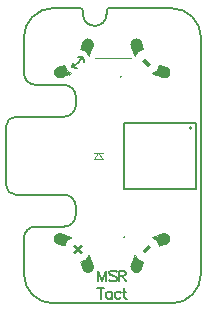
<source format=gto>
G04*
G04 #@! TF.GenerationSoftware,Altium Limited,Altium Designer,22.4.2 (48)*
G04*
G04 Layer_Color=65535*
%FSAX26Y26*%
%MOIN*%
G70*
G04*
G04 #@! TF.SameCoordinates,7339E0FC-21CB-4CED-BD79-60AD5129B2FD*
G04*
G04*
G04 #@! TF.FilePolarity,Positive*
G04*
G01*
G75*
%ADD10C,0.005906*%
%ADD11C,0.003937*%
%ADD12C,0.007874*%
%ADD13C,0.012992*%
%ADD14C,0.039370*%
%ADD15C,0.005000*%
%ADD16C,0.006693*%
G36*
X-00114599Y-00303598D02*
X-00103997Y-00292996D01*
X-00096928Y-00300064D01*
X-00107531Y-00310667D01*
X-00096964Y-00321233D01*
X-00104033Y-00328301D01*
X-00114599Y-00317735D01*
X-00125273Y-00328409D01*
X-00132342Y-00321341D01*
X-00121667Y-00310667D01*
X-00132378Y-00299956D01*
X-00125309Y-00292888D01*
X-00114599Y-00303598D01*
X-00114599Y-00303598D02*
G37*
G36*
X00126957Y-00305186D02*
X00107409Y-00324735D01*
X00099526Y-00316852D01*
X00119075Y-00297304D01*
X00126957Y-00305186D01*
X00126957Y-00305186D02*
G37*
G36*
X00126957Y00305186D02*
X00119075Y00297304D01*
X00099526Y00316852D01*
X00107409Y00324735D01*
X00126957Y00305186D01*
X00126957Y00305186D02*
G37*
D10*
X00040354Y-00270669D02*
G03*
X00040354Y-00270669I-00001968J00000000D01*
G01*
X00029527Y00263779D02*
G03*
X00029527Y00263779I-00001968J00000000D01*
G01*
D11*
X-00099036Y-00375561D02*
G03*
X-00064377Y-00368194I00017329J00003684D01*
G01*
X-00064205Y-00369055D02*
G03*
X-00077456Y-00330680I-00133572J-00024645D01*
G01*
X-00105377Y-00354445D02*
G03*
X-00077456Y-00330680I-00002640J00031385D01*
G01*
X-00099036Y-00375561D02*
G03*
X-00104978Y-00355396I-00098741J-00018140D01*
G01*
X-00134756Y-00273379D02*
G03*
X-00158522Y-00301300I00007620J-00030561D01*
G01*
X-00159472Y-00300902D02*
G03*
X-00179637Y-00294959I-00038305J-00092799D01*
G01*
X-00172270Y-00260301D02*
G03*
X-00179637Y-00294960I-00003684J-00017329D01*
G01*
X-00134756Y-00273379D02*
G03*
X-00173132Y-00260129I-00063021J-00120321D01*
G01*
X00075599Y-00330680D02*
G03*
X00103520Y-00354445I00030561J00007620D01*
G01*
X00103125Y-00355396D02*
G03*
X00097182Y-00375561I00092799J-00038305D01*
G01*
X00062531Y-00368194D02*
G03*
X00097190Y-00375561I00017329J-00003684D01*
G01*
X00075602Y-00330680D02*
G03*
X00062351Y-00369055I00120321J-00063021D01*
G01*
X00171278Y-00260129D02*
G03*
X00132902Y-00273379I00024645J-00133572D01*
G01*
X00156679Y-00301300D02*
G03*
X00132913Y-00273379I-00031385J-00002640D01*
G01*
X00177796Y-00294960D02*
G03*
X00170429Y-00260301I-00003684J00017329D01*
G01*
X00177784Y-00294959D02*
G03*
X00157619Y-00300902I00018140J-00098741D01*
G01*
X-00032480Y-00009842D02*
X-00047244Y00009842D01*
X-00062008Y-00009842D01*
X-00032480Y-00009842D01*
X-00032480Y00009842D02*
X-00062008Y00009842D01*
X00061496Y00324331D02*
X-00058504Y00324331D01*
X-00077456Y00330680D02*
G03*
X-00105377Y00354445I-00030561J-00007620D01*
G01*
X-00104978Y00355396D02*
G03*
X-00099036Y00375561I-00092799J00038305D01*
G01*
X-00064377Y00368194D02*
G03*
X-00099036Y00375561I-00017329J00003684D01*
G01*
X-00077456Y00330680D02*
G03*
X-00064205Y00369055I-00120321J00063021D01*
G01*
X-00158522Y00301300D02*
G03*
X-00134756Y00273379I00031385J00002640D01*
G01*
X-00173132Y00260129D02*
G03*
X-00134756Y00273379I-00024645J00133572D01*
G01*
X-00179637Y00294960D02*
G03*
X-00172270Y00260301I00003684J-00017329D01*
G01*
X-00179637Y00294959D02*
G03*
X-00159472Y00300902I-00018140J00098741D01*
G01*
X00103520Y00354445D02*
G03*
X00075599Y00330680I00002640J-00031385D01*
G01*
X00062351Y00369055D02*
G03*
X00075602Y00330680I00133572J00024645D01*
G01*
X00132902Y00273379D02*
G03*
X00171278Y00260129I00063021J00120321D01*
G01*
X00170429Y00260301D02*
G03*
X00177796Y00294960I00003684J00017329D01*
G01*
X00157619Y00300902D02*
G03*
X00177784Y00294959I00038305J00092799D01*
G01*
X00132913Y00273379D02*
G03*
X00156679Y00301300I-00007620J00030561D01*
G01*
X00097182Y00375561D02*
G03*
X00103125Y00355396I00098741J00018140D01*
G01*
X00097190Y00375561D02*
G03*
X00062531Y00368194I-00017329J-00003684D01*
G01*
D12*
X-00295276Y-00393701D02*
G03*
X-00196850Y-00492126I00098425J00000000D01*
G01*
X-00196850Y-00492126D02*
X00196850Y-00492126D01*
X00196850Y-00492126D02*
G03*
X00295276Y-00393701I00000000J00098425D01*
G01*
X00295293Y-00393700D02*
X00295293Y00393701D01*
X00295276Y00393701D02*
G03*
X00196850Y00492126I-00098425J00000000D01*
G01*
X-00009843Y00492126D01*
X-00009843Y00492126D02*
G03*
X-00019685Y00482284I00000000J-00009842D01*
G01*
X-00019685Y00472442D01*
X-00098425Y00472441D02*
G03*
X-00019685Y00472441I00039370J00000000D01*
G01*
X-00098425Y00472442D02*
X-00098425Y00482284D01*
X-00098425Y00482284D02*
G03*
X-00108268Y00492126I-00009842J00000000D01*
G01*
X-00196850Y00492127D01*
X-00196850Y00492126D02*
G03*
X-00295276Y00393701I00000000J-00098425D01*
G01*
X-00295276Y00393701D02*
X-00295276Y00274409D01*
X-00295276Y00275591D02*
G03*
X-00255906Y00236220I00039370J00000000D01*
G01*
X-00255906Y00236220D02*
X-00161417Y00236220D01*
X-00122047Y00196850D02*
G03*
X-00161417Y00236220I-00039370J00000000D01*
G01*
X-00122047Y00196850D02*
X-00122030Y00169291D01*
X-00161329Y00129921D02*
G03*
X-00121959Y00169291I00000000J00039370D01*
G01*
X-00117991Y00291640D02*
X-00133450Y00294645D01*
X-00132900Y00310384D01*
X-00133450Y00294645D02*
G03*
X-00098722Y00329373I-00064327J00099055D01*
G01*
X-00095447Y00313969D01*
X-00098722Y00329373D02*
X-00114448Y00328548D01*
X-00161417Y00129921D02*
X-00322835Y00129921D01*
X-00322835Y00129921D02*
G03*
X-00354331Y00098425I00000000J-00031496D01*
G01*
X-00354332Y00098425D02*
X-00354332Y-00098425D01*
X-00354331Y-00098425D02*
G03*
X-00322835Y-00129921I00031496J00000000D01*
G01*
X-00322852Y-00129921D02*
X-00161417Y-00129921D01*
X-00122030Y-00169291D02*
G03*
X-00161400Y-00129921I-00039370J00000000D01*
G01*
X-00122030Y-00169291D02*
X-00122047Y-00196850D01*
X-00161417Y-00236220D02*
G03*
X-00122047Y-00196850I00000000J00039370D01*
G01*
X-00161417Y-00236220D02*
X-00255906Y-00236220D01*
X-00255906Y-00236220D02*
G03*
X-00295276Y-00275591I00000000J-00039370D01*
G01*
X-00295276Y-00274409D02*
X-00295276Y-00393701D01*
X00263328Y00092953D02*
G03*
X00263328Y00092953I-00002895J00000000D01*
G01*
D13*
X-00097196Y-00358287D02*
G03*
X-00077289Y-00341924I00005638J00013432D01*
G01*
X-00146001Y-00273212D02*
G03*
X-00162364Y-00293119I-00002931J-00014269D01*
G01*
X00075434Y-00341924D02*
G03*
X00095341Y-00358287I00014269J-00002931D01*
G01*
X00160497Y-00293119D02*
G03*
X00144134Y-00273212I-00013432J00005638D01*
G01*
X00144134Y00273212D02*
G03*
X00160497Y00293119I00002931J00014269D01*
G01*
X00095341Y00358287D02*
G03*
X00075434Y00341924I-00005638J-00013432D01*
G01*
X-00077289Y00341924D02*
G03*
X-00097196Y00358287I-00014269J00002931D01*
G01*
X-00162364Y00293119D02*
G03*
X-00146001Y00273212I00013432J-00005638D01*
G01*
D14*
X-00081818Y-00371264D02*
G03*
X-00083067Y-00365567I-00115960J-00022437D01*
G01*
X-00169644Y-00278990D02*
G03*
X-00175340Y-00277741I-00028134J-00114711D01*
G01*
X00081213Y-00365567D02*
G03*
X00079964Y-00371264I00114711J-00028134D01*
G01*
X00173487Y-00277741D02*
G03*
X00167790Y-00278990I00022437J-00115960D01*
G01*
X00167790Y00278990D02*
G03*
X00173487Y00277741I00028134J00114711D01*
G01*
X00079964Y00371264D02*
G03*
X00081213Y00365567I00115960J00022437D01*
G01*
X-00083067Y00365567D02*
G03*
X-00081818Y00371264I-00114711J00028134D01*
G01*
X-00175340Y00277741D02*
G03*
X-00169644Y00278990I-00022437J00115960D01*
G01*
D15*
X00037933Y-00110000D02*
X00037933Y00110000D01*
X00277027Y00110000D01*
X00277027Y-00110000D01*
X00037933Y-00110000D01*
D16*
X-00038545Y-00477559D02*
X-00038545Y-00442134D01*
X-00050354Y-00442134D02*
X-00026737Y-00442134D01*
X-00017459Y-00455629D02*
X-00020833Y-00459003D01*
X-00022520Y-00464064D01*
X-00022520Y-00467438D01*
X-00020833Y-00472498D01*
X-00017459Y-00475872D01*
X-00014085Y-00477559D01*
X-00009024Y-00477559D01*
X-00005650Y-00475872D01*
X-00002276Y-00472498D01*
X-00002276Y-00477559D02*
X-00002276Y-00453942D01*
X-00005650Y-00455629D02*
X-00009024Y-00453942D01*
X-00014085Y-00453942D01*
X-00017459Y-00455629D01*
X-00005650Y-00455629D02*
X-00002276Y-00459003D01*
X00008857Y-00459003D02*
X00007170Y-00464064D01*
X00007170Y-00467438D01*
X00008857Y-00472498D01*
X00012231Y-00475872D01*
X00015605Y-00477559D01*
X00020666Y-00477559D01*
X00024040Y-00475872D01*
X00027413Y-00472498D01*
X00027413Y-00459003D02*
X00024040Y-00455629D01*
X00020666Y-00453942D01*
X00015605Y-00453942D01*
X00012231Y-00455629D01*
X00008857Y-00459003D01*
X00035005Y-00453942D02*
X00046813Y-00453942D01*
X00040066Y-00442134D02*
X00040066Y-00470812D01*
X00041752Y-00475872D01*
X00045126Y-00477559D01*
X00048500Y-00477559D01*
X00045211Y-00418986D02*
X00033402Y-00400430D01*
X00036776Y-00400430D02*
X00021594Y-00400430D01*
X00010291Y-00403803D02*
X00011978Y-00405490D01*
X00013665Y-00408864D01*
X00013665Y-00413925D01*
X00010291Y-00417299D01*
X00005230Y-00418986D01*
X-00001517Y-00418986D01*
X-00006578Y-00417299D01*
X-00009952Y-00413925D01*
X-00020073Y-00418986D02*
X-00020073Y-00383560D01*
X-00033569Y-00418986D01*
X-00047064Y-00383560D01*
X-00047064Y-00418986D01*
X-00008265Y-00395369D02*
X-00006578Y-00397056D01*
X-00003204Y-00398743D01*
X00006917Y-00402117D01*
X00010291Y-00403803D01*
X00013665Y-00388621D02*
X00010291Y-00385247D01*
X00005230Y-00383560D01*
X-00001517Y-00383560D01*
X-00006578Y-00385247D01*
X-00009952Y-00388621D01*
X-00009952Y-00391995D01*
X-00008265Y-00395369D01*
X00021594Y-00383560D02*
X00021594Y-00418986D01*
X00036776Y-00400430D02*
X00041837Y-00398743D01*
X00043524Y-00397056D01*
X00045211Y-00393682D01*
X00045211Y-00390308D01*
X00043524Y-00386934D01*
X00041837Y-00385247D01*
X00036776Y-00383560D01*
X00021594Y-00383560D01*
M02*

</source>
